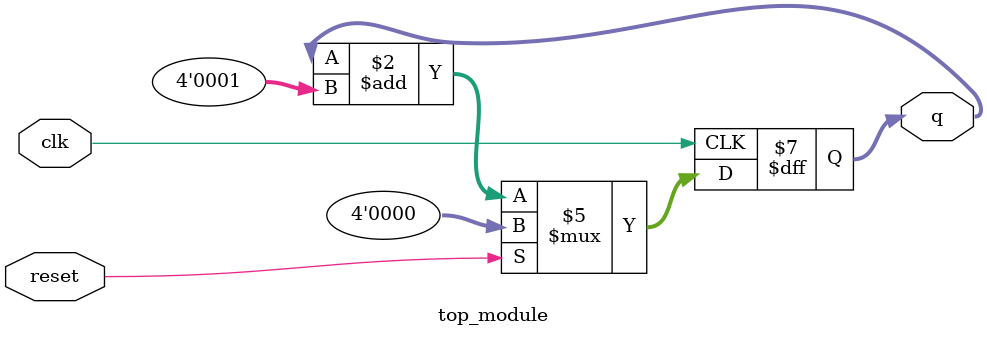
<source format=sv>
module top_module(
    input clk,
    input reset,
    output reg [3:0] q);

    // Initial block to set the counter to an initial value
    initial begin
        q = 4'b0000;
    end
    
    // Always block triggered on the rising edge of clk
    always @(posedge clk) begin
        if (reset) begin
            q <= 4'b0000;   // Reset counter to 0 if reset is asserted
        end else begin
            q <= q + 4'b0001; // Increment counter by 1
        end
    end
    
endmodule

</source>
